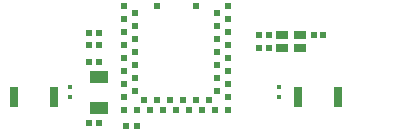
<source format=gtp>
G04*
G04 #@! TF.GenerationSoftware,Altium Limited,Altium Designer,21.6.4 (81)*
G04*
G04 Layer_Color=8421504*
%FSLAX44Y44*%
%MOMM*%
G71*
G04*
G04 #@! TF.SameCoordinates,9C7C5B9B-610B-4B87-8B93-73775DEEA3A0*
G04*
G04*
G04 #@! TF.FilePolarity,Positive*
G04*
G01*
G75*
%ADD14R,1.5500X1.0000*%
%ADD15C,0.0100*%
%ADD16R,0.3500X0.3600*%
%ADD17R,0.5200X0.5500*%
%ADD18R,0.6200X0.6200*%
%ADD19R,0.4900X0.4900*%
%ADD20R,0.8000X1.7000*%
%ADD21R,1.0000X0.8000*%
D14*
X135000Y112750D02*
D03*
Y86750D02*
D03*
D15*
X381250Y77250D02*
D03*
X368550D02*
D03*
X381250Y89950D02*
D03*
X368550D02*
D03*
X381250Y102650D02*
D03*
X368550D02*
D03*
D16*
X287250Y95500D02*
D03*
Y103900D02*
D03*
X110500Y103950D02*
D03*
Y95550D02*
D03*
D17*
X270500Y148000D02*
D03*
X278500D02*
D03*
X316500D02*
D03*
X324500D02*
D03*
X278500Y137000D02*
D03*
X270500D02*
D03*
D18*
X158000Y71000D02*
D03*
X167000D02*
D03*
X126000Y125750D02*
D03*
X135000D02*
D03*
X126000Y73500D02*
D03*
X135000D02*
D03*
X126000Y150000D02*
D03*
X135000D02*
D03*
X126000Y139500D02*
D03*
X135000D02*
D03*
D19*
X183500Y172500D02*
D03*
X216500D02*
D03*
X165000Y101000D02*
D03*
Y112000D02*
D03*
Y123000D02*
D03*
Y134000D02*
D03*
Y145000D02*
D03*
Y156000D02*
D03*
X156000Y95500D02*
D03*
Y106500D02*
D03*
Y117500D02*
D03*
Y128500D02*
D03*
Y139500D02*
D03*
Y150500D02*
D03*
Y161500D02*
D03*
X165000Y167000D02*
D03*
X156000Y172500D02*
D03*
Y84500D02*
D03*
X167000D02*
D03*
X178000D02*
D03*
X189000D02*
D03*
X200000D02*
D03*
X211000D02*
D03*
X222000D02*
D03*
X233000D02*
D03*
X244000D02*
D03*
X172500Y93500D02*
D03*
X183500D02*
D03*
X194500D02*
D03*
X205500D02*
D03*
X216500D02*
D03*
X227500D02*
D03*
X244000Y95500D02*
D03*
Y106500D02*
D03*
Y117500D02*
D03*
Y128500D02*
D03*
Y139500D02*
D03*
Y150500D02*
D03*
Y161500D02*
D03*
Y172500D02*
D03*
X235000Y101000D02*
D03*
Y112000D02*
D03*
Y123000D02*
D03*
Y134000D02*
D03*
Y145000D02*
D03*
Y156000D02*
D03*
Y167000D02*
D03*
D20*
X337000Y95500D02*
D03*
X303000D02*
D03*
X97000D02*
D03*
X63000D02*
D03*
D21*
X305000Y137000D02*
D03*
X290000D02*
D03*
Y148000D02*
D03*
X305000D02*
D03*
M02*

</source>
